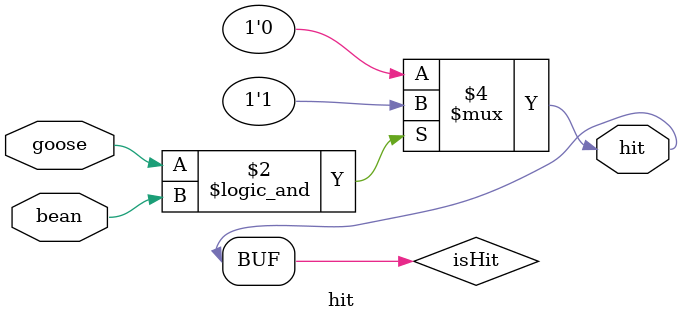
<source format=v>
`timescale 1ns / 1ps


module hit(
    input goose,
    input bean,
    output hit
    );
    
    reg isHit;
    
    always @(*)
        if (goose && bean) isHit = 1;
        else isHit = 0;
    
    assign hit = isHit;
    
endmodule

</source>
